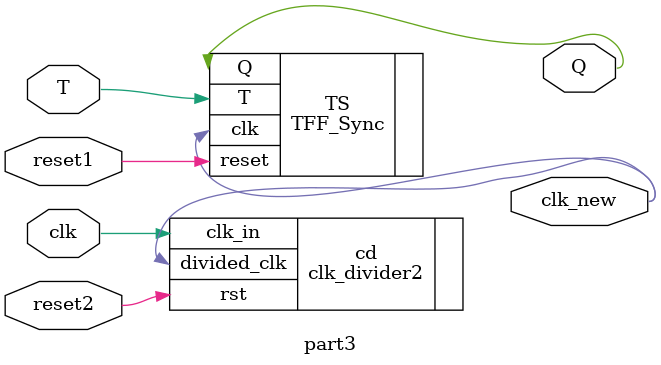
<source format=v>
`timescale 1ns / 1ps


module part3(
        input T,
        input clk,
        input reset1,
        input reset2,
        output Q,
        output clk_new
    );
    
    clk_divider2 cd(
	   .clk_in(clk),
	   .rst(reset2),
	   .divided_clk(clk_new)
	);
	
	TFF_Sync TS(
        .T(T),
        .clk(clk_new),
        .reset(reset1),
        .Q(Q)
    );
    
endmodule

</source>
